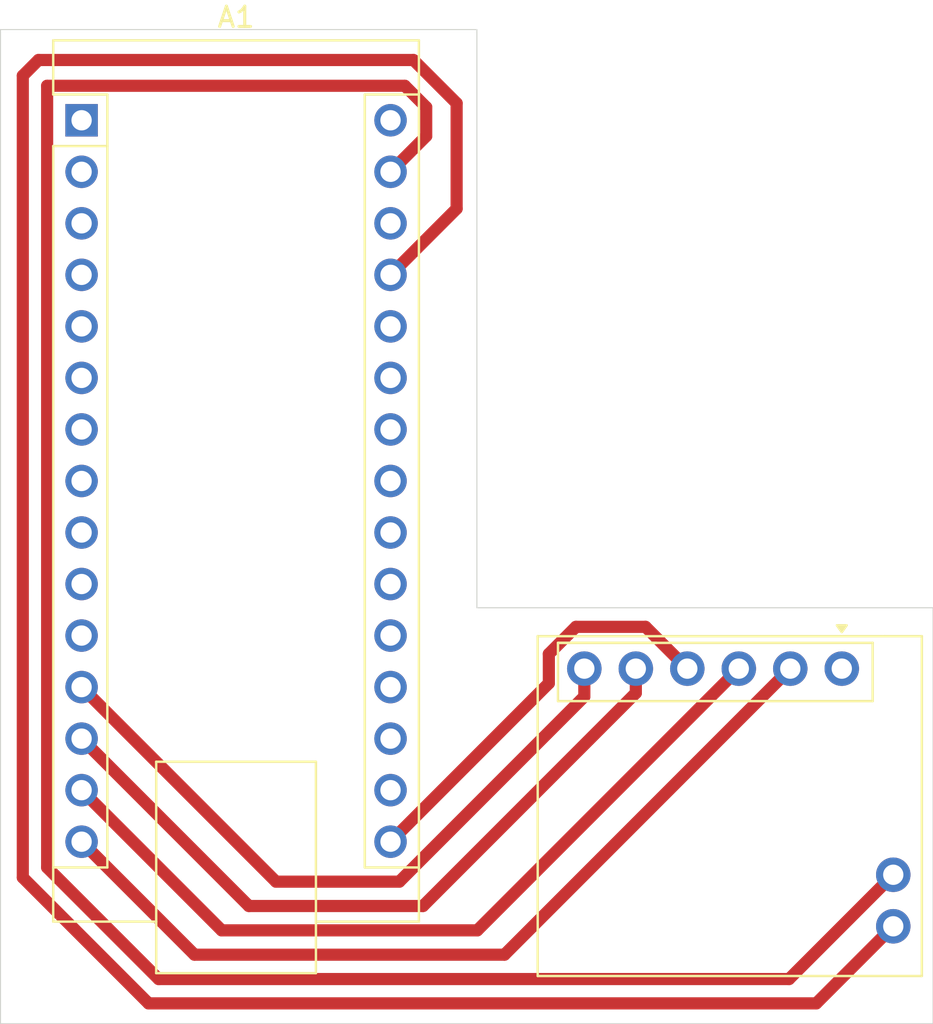
<source format=kicad_pcb>
(kicad_pcb (version 20240108) (generator "pcbnew") (generator_version "8.0")
  (layers (0 "F.Cu" signal) (31 "B.Cu" signal) (34 "B.Paste" user) (35 "F.Paste" user) (36 "B.SilkS" user "B.Silkscreen") (37 "F.SilkS" user "F.Silkscreen") (38 "B.Mask" user) (39 "F.Mask" user) (44 "Edge.Cuts" user))
  (net 0 "")
  (net 22 "Net-(A1-D9)")
  (net 24 "Net-(U1-GND)")
  (net 25 "Net-(A1-D11)")
  (net 26 "Net-(A1-D10)")
  (net 27 "Net-(A1-+5V)")
  (net 28 "Net-(A1-D13)")
  (net 29 "Net-(A1-D12)")
  (footprint "RF_Module:nRF24L01_Breakout" (layer "F.Cu") (at 164.5 84 -90)
    (property "Reference" "U1" (hide yes))
    (property "Value" "NRF24L01_Breakout" (hide yes))
    (fp_line (start -1.6 15) (end -1.6 -3.95) (stroke (width 0.12)) (layer "F.SilkS"))
    (fp_line (start 15.15 15) (end -1.6 15) (stroke (width 0.12)) (layer "F.SilkS"))
    (fp_line (start -1.27 14) (end -1.27 9.144) (stroke (width 0.12)) (layer "F.SilkS"))
    (fp_line (start -1.27 14) (end -1.27 -1.524) (stroke (width 0.12)) (layer "F.SilkS"))
    (fp_line (start 1.6 14) (end -1.27 14) (stroke (width 0.12)) (layer "F.SilkS"))
    (fp_line (start -1.27 -1.524) (end -1.27 -1.524) (stroke (width 0.12)) (layer "F.SilkS"))
    (fp_line (start -1.27 -1.524) (end 1.6 -1.524) (stroke (width 0.12)) (layer "F.SilkS"))
    (fp_line (start 1.6 -1.524) (end 1.6 14) (stroke (width 0.12)) (layer "F.SilkS"))
    (fp_line (start -1.6 -2.1) (end -1.6 -2.1) (stroke (width 0.12)) (layer "F.SilkS"))
    (fp_line (start -1.6 -3.95) (end 15.15 -3.95) (stroke (width 0.12)) (layer "F.SilkS"))
    (fp_line (start 15.15 -3.95) (end 15.15 15) (stroke (width 0.12)) (layer "F.SilkS"))
    (fp_poly (pts (xy -1.8 0) (xy -2.136 0.24) (xy -2.136 -0.24) (xy -1.8 0)) (stroke (width 0.12)) (fill solid) (layer "F.SilkS"))
    (pad "1" thru_hole circle (at 10.16 -2.54 270) (size 1.7 1.7) (drill 1) (layers "*.Cu" "*.Mask") (net 24 "Net-(U1-GND)"))
    (pad "2" thru_hole circle (at 12.7 -2.54 270) (size 1.7 1.7) (drill 1) (layers "*.Cu" "*.Mask") (net 27 "Net-(A1-+5V)"))
    (pad "3" thru_hole circle (at 0 12.7 270) (size 1.7 1.7) (drill 1) (layers "*.Cu" "*.Mask") (net 22 "Net-(A1-D9)"))
    (pad "4" thru_hole circle (at 0 10.16 270) (size 1.7 1.7) (drill 1) (layers "*.Cu" "*.Mask") (net 26 "Net-(A1-D10)"))
    (pad "5" thru_hole circle (at 0 7.62 270) (size 1.7 1.7) (drill 1) (layers "*.Cu" "*.Mask") (net 28 "Net-(A1-D13)"))
    (pad "6" thru_hole circle (at 0 5.08 270) (size 1.7 1.7) (drill 1) (layers "*.Cu" "*.Mask") (net 25 "Net-(A1-D11)"))
    (pad "7" thru_hole circle (at 0 2.54 270) (size 1.7 1.7) (drill 1) (layers "*.Cu" "*.Mask") (net 29 "Net-(A1-D12)"))
    (pad "8" thru_hole circle (at 0 0 270) (size 1.7 1.7) (drill 1) (layers "*.Cu" "*.Mask"))
  )
  (footprint "Module:Arduino_Nano" (layer "F.Cu") (at 127 56.97)
    (property "Reference" "A1" (at 7.62 -5.08 0) (layer "F.SilkS"))
    (property "Value" "Arduino_Nano_v3.x")
    (fp_line (start -1.4 -3.94) (end -1.4 -1.27) (stroke (width 0.12)) (layer "F.SilkS"))
    (fp_line (start -1.4 1.27) (end -1.4 39.5) (stroke (width 0.12)) (layer "F.SilkS"))
    (fp_line (start -1.4 39.5) (end 3.68 39.5) (stroke (width 0.12)) (layer "F.SilkS"))
    (fp_line (start 1.27 -1.27) (end -1.4 -1.27) (stroke (width 0.12)) (layer "F.SilkS"))
    (fp_line (start 1.27 1.27) (end -1.4 1.27) (stroke (width 0.12)) (layer "F.SilkS"))
    (fp_line (start 1.27 1.27) (end 1.27 -1.27) (stroke (width 0.12)) (layer "F.SilkS"))
    (fp_line (start 1.27 1.27) (end 1.27 36.83) (stroke (width 0.12)) (layer "F.SilkS"))
    (fp_line (start 1.27 36.83) (end -1.4 36.83) (stroke (width 0.12)) (layer "F.SilkS"))
    (fp_line (start 3.68 31.62) (end 11.56 31.62) (stroke (width 0.12)) (layer "F.SilkS"))
    (fp_line (start 3.68 42.04) (end 3.68 31.62) (stroke (width 0.12)) (layer "F.SilkS"))
    (fp_line (start 11.56 31.62) (end 11.56 42.04) (stroke (width 0.12)) (layer "F.SilkS"))
    (fp_line (start 11.56 42.04) (end 3.68 42.04) (stroke (width 0.12)) (layer "F.SilkS"))
    (fp_line (start 13.97 -1.27) (end 13.97 36.83) (stroke (width 0.12)) (layer "F.SilkS"))
    (fp_line (start 13.97 -1.27) (end 16.64 -1.27) (stroke (width 0.12)) (layer "F.SilkS"))
    (fp_line (start 13.97 36.83) (end 16.64 36.83) (stroke (width 0.12)) (layer "F.SilkS"))
    (fp_line (start 16.64 -3.94) (end -1.4 -3.94) (stroke (width 0.12)) (layer "F.SilkS"))
    (fp_line (start 16.64 39.5) (end 11.56 39.5) (stroke (width 0.12)) (layer "F.SilkS"))
    (fp_line (start 16.64 39.5) (end 16.64 -3.94) (stroke (width 0.12)) (layer "F.SilkS"))
    (pad "1" thru_hole rect (at 0 0) (size 1.6 1.6) (drill 1) (layers "*.Cu" "*.Mask"))
    (pad "2" thru_hole oval (at 0 2.54) (size 1.6 1.6) (drill 1) (layers "*.Cu" "*.Mask"))
    (pad "3" thru_hole oval (at 0 5.08) (size 1.6 1.6) (drill 1) (layers "*.Cu" "*.Mask"))
    (pad "4" thru_hole oval (at 0 7.62) (size 1.6 1.6) (drill 1) (layers "*.Cu" "*.Mask"))
    (pad "5" thru_hole oval (at 0 10.16) (size 1.6 1.6) (drill 1) (layers "*.Cu" "*.Mask"))
    (pad "6" thru_hole oval (at 0 12.7) (size 1.6 1.6) (drill 1) (layers "*.Cu" "*.Mask"))
    (pad "7" thru_hole oval (at 0 15.24) (size 1.6 1.6) (drill 1) (layers "*.Cu" "*.Mask"))
    (pad "8" thru_hole oval (at 0 17.78) (size 1.6 1.6) (drill 1) (layers "*.Cu" "*.Mask"))
    (pad "9" thru_hole oval (at 0 20.32) (size 1.6 1.6) (drill 1) (layers "*.Cu" "*.Mask"))
    (pad "10" thru_hole oval (at 0 22.86) (size 1.6 1.6) (drill 1) (layers "*.Cu" "*.Mask"))
    (pad "11" thru_hole oval (at 0 25.4) (size 1.6 1.6) (drill 1) (layers "*.Cu" "*.Mask"))
    (pad "12" thru_hole oval (at 0 27.94) (size 1.6 1.6) (drill 1) (layers "*.Cu" "*.Mask") (net 22 "Net-(A1-D9)"))
    (pad "13" thru_hole oval (at 0 30.48) (size 1.6 1.6) (drill 1) (layers "*.Cu" "*.Mask") (net 26 "Net-(A1-D10)"))
    (pad "14" thru_hole oval (at 0 33.02) (size 1.6 1.6) (drill 1) (layers "*.Cu" "*.Mask") (net 25 "Net-(A1-D11)"))
    (pad "15" thru_hole oval (at 0 35.56) (size 1.6 1.6) (drill 1) (layers "*.Cu" "*.Mask") (net 29 "Net-(A1-D12)"))
    (pad "16" thru_hole oval (at 15.24 35.56) (size 1.6 1.6) (drill 1) (layers "*.Cu" "*.Mask") (net 28 "Net-(A1-D13)"))
    (pad "17" thru_hole oval (at 15.24 33.02) (size 1.6 1.6) (drill 1) (layers "*.Cu" "*.Mask"))
    (pad "18" thru_hole oval (at 15.24 30.48) (size 1.6 1.6) (drill 1) (layers "*.Cu" "*.Mask"))
    (pad "19" thru_hole oval (at 15.24 27.94) (size 1.6 1.6) (drill 1) (layers "*.Cu" "*.Mask"))
    (pad "20" thru_hole oval (at 15.24 25.4) (size 1.6 1.6) (drill 1) (layers "*.Cu" "*.Mask"))
    (pad "21" thru_hole oval (at 15.24 22.86) (size 1.6 1.6) (drill 1) (layers "*.Cu" "*.Mask"))
    (pad "22" thru_hole oval (at 15.24 20.32) (size 1.6 1.6) (drill 1) (layers "*.Cu" "*.Mask"))
    (pad "23" thru_hole oval (at 15.24 17.78) (size 1.6 1.6) (drill 1) (layers "*.Cu" "*.Mask"))
    (pad "24" thru_hole oval (at 15.24 15.24) (size 1.6 1.6) (drill 1) (layers "*.Cu" "*.Mask"))
    (pad "25" thru_hole oval (at 15.24 12.7) (size 1.6 1.6) (drill 1) (layers "*.Cu" "*.Mask"))
    (pad "26" thru_hole oval (at 15.24 10.16) (size 1.6 1.6) (drill 1) (layers "*.Cu" "*.Mask"))
    (pad "27" thru_hole oval (at 15.24 7.62) (size 1.6 1.6) (drill 1) (layers "*.Cu" "*.Mask") (net 27 "Net-(A1-+5V)"))
    (pad "28" thru_hole oval (at 15.24 5.08) (size 1.6 1.6) (drill 1) (layers "*.Cu" "*.Mask"))
    (pad "29" thru_hole oval (at 15.24 2.54) (size 1.6 1.6) (drill 1) (layers "*.Cu" "*.Mask") (net 24 "Net-(U1-GND)"))
    (pad "30" thru_hole oval (at 15.24 0) (size 1.6 1.6) (drill 1) (layers "*.Cu" "*.Mask"))
  )
  (gr_line (start 146.5 81) (end 169 81) (stroke (width 0.05)) (layer "Edge.Cuts"))
  (gr_line (start 169 101.5) (end 123 101.5) (stroke (width 0.05)) (layer "Edge.Cuts"))
  (gr_line (start 146.5 52.5) (end 146.5 81) (stroke (width 0.05)) (layer "Edge.Cuts"))
  (gr_line (start 123 101.5) (end 123 52.5) (stroke (width 0.05)) (layer "Edge.Cuts"))
  (gr_line (start 169 81) (end 169 101.5) (stroke (width 0.05)) (layer "Edge.Cuts"))
  (gr_line (start 123 52.5) (end 146.5 52.5) (stroke (width 0.05)) (layer "Edge.Cuts"))
  (segment (start 136.59 94.5) (end 127 84.91) (width 0.6) (layer "F.Cu") (net 22))
  (segment (start 151.8 85.374164) (end 142.674164 94.5) (width 0.6) (layer "F.Cu") (net 22))
  (segment (start 151.8 84) (end 151.8 85.374164) (width 0.6) (layer "F.Cu") (net 22))
  (segment (start 142.674164 94.5) (end 136.59 94.5) (width 0.6) (layer "F.Cu") (net 22))
  (segment (start 142.944164 55.27) (end 144 56.325836) (width 0.6) (layer "F.Cu") (net 24))
  (segment (start 125.3 55.27) (end 142.944164 55.27) (width 0.6) (layer "F.Cu") (net 24))
  (segment (start 161.9 99.3) (end 130.8 99.3) (width 0.6) (layer "F.Cu") (net 24))
  (segment (start 144 56.325836) (end 144 57.75) (width 0.6) (layer "F.Cu") (net 24))
  (segment (start 167.04 94.16) (end 161.9 99.3) (width 0.6) (layer "F.Cu") (net 24))
  (segment (start 144 57.75) (end 142.24 59.51) (width 0.6) (layer "F.Cu") (net 24))
  (segment (start 130.8 99.3) (end 125.3 93.8) (width 0.6) (layer "F.Cu") (net 24))
  (segment (start 125.3 93.8) (end 125.3 55.27) (width 0.6) (layer "F.Cu") (net 24))
  (segment (start 146.52 96.9) (end 133.91 96.9) (width 0.6) (layer "F.Cu") (net 25))
  (segment (start 133.91 96.9) (end 127 89.99) (width 0.6) (layer "F.Cu") (net 25))
  (segment (start 159.42 84) (end 146.52 96.9) (width 0.6) (layer "F.Cu") (net 25))
  (segment (start 143.842081 95.7) (end 135.25 95.7) (width 0.6) (layer "F.Cu") (net 26))
  (segment (start 154.34 85.202081) (end 143.842081 95.7) (width 0.6) (layer "F.Cu") (net 26))
  (segment (start 154.34 84) (end 154.34 85.202081) (width 0.6) (layer "F.Cu") (net 26))
  (segment (start 135.25 95.7) (end 127 87.45) (width 0.6) (layer "F.Cu") (net 26))
  (segment (start 124.1 54.772944) (end 124.872944 54) (width 0.6) (layer "F.Cu") (net 27))
  (segment (start 124.872944 54) (end 143.37122 54) (width 0.6) (layer "F.Cu") (net 27))
  (segment (start 167.04 96.7) (end 163.24 100.5) (width 0.6) (layer "F.Cu") (net 27))
  (segment (start 143.37122 54) (end 145.5 56.12878) (width 0.6) (layer "F.Cu") (net 27))
  (segment (start 124.1 94.297056) (end 124.1 54.772944) (width 0.6) (layer "F.Cu") (net 27))
  (segment (start 145.5 61.33) (end 142.24 64.59) (width 0.6) (layer "F.Cu") (net 27))
  (segment (start 145.5 56.12878) (end 145.5 61.33) (width 0.6) (layer "F.Cu") (net 27))
  (segment (start 163.24 100.5) (end 130.302944 100.5) (width 0.6) (layer "F.Cu") (net 27))
  (segment (start 130.302944 100.5) (end 124.1 94.297056) (width 0.6) (layer "F.Cu") (net 27))
  (segment (start 156.88 84) (end 154.82 81.94) (width 0.6) (layer "F.Cu") (net 28))
  (segment (start 151.385126 81.94) (end 150.05 83.275126) (width 0.6) (layer "F.Cu") (net 28))
  (segment (start 150.05 83.275126) (end 150.05 84.72) (width 0.6) (layer "F.Cu") (net 28))
  (segment (start 154.82 81.94) (end 151.385126 81.94) (width 0.6) (layer "F.Cu") (net 28))
  (segment (start 150.05 84.72) (end 142.24 92.53) (width 0.6) (layer "F.Cu") (net 28))
  (segment (start 132.57 98.1) (end 127 92.53) (width 0.6) (layer "F.Cu") (net 29))
  (segment (start 161.96 84) (end 147.86 98.1) (width 0.6) (layer "F.Cu") (net 29))
  (segment (start 147.86 98.1) (end 132.57 98.1) (width 0.6) (layer "F.Cu") (net 29))
)
</source>
